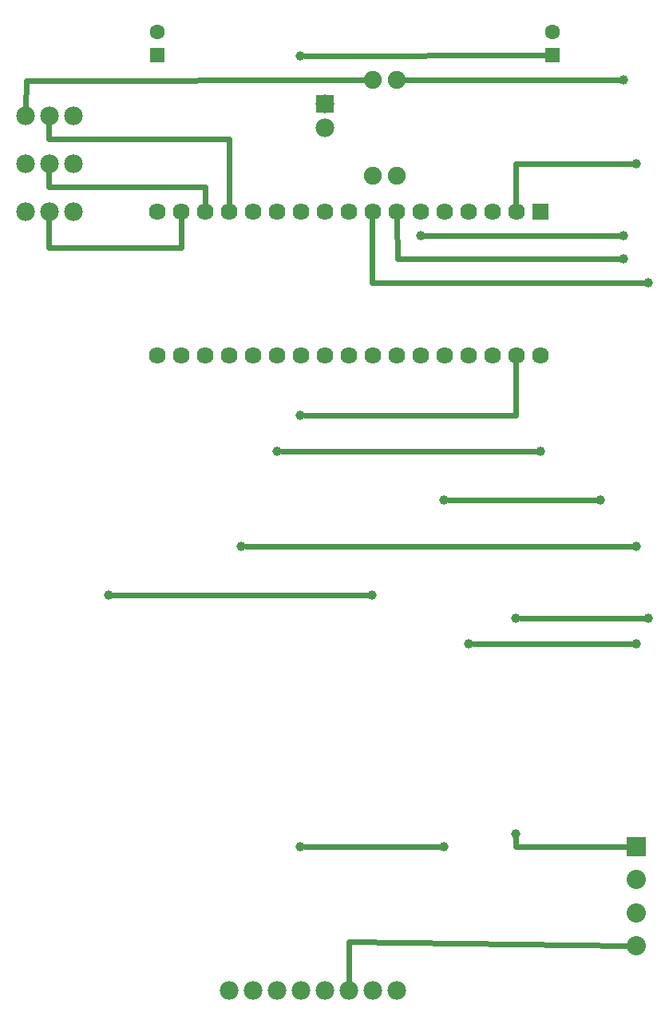
<source format=gtl>
G04 MADE WITH FRITZING*
G04 WWW.FRITZING.ORG*
G04 DOUBLE SIDED*
G04 HOLES PLATED*
G04 CONTOUR ON CENTER OF CONTOUR VECTOR*
%ASAXBY*%
%FSLAX23Y23*%
%MOIN*%
%OFA0B0*%
%SFA1.0B1.0*%
%ADD10C,0.078000*%
%ADD11C,0.070555*%
%ADD12C,0.070583*%
%ADD13C,0.080000*%
%ADD14C,0.062992*%
%ADD15C,0.075000*%
%ADD16C,0.039370*%
%ADD17R,0.070542X0.070570*%
%ADD18R,0.080000X0.080000*%
%ADD19R,0.062992X0.062992*%
%ADD20R,0.078000X0.078000*%
%ADD21C,0.024000*%
%LNCOPPER1*%
G90*
G70*
G54D10*
X277Y4056D03*
X177Y4056D03*
X77Y4056D03*
X277Y3856D03*
X177Y3856D03*
X77Y3856D03*
X277Y3656D03*
X177Y3656D03*
X77Y3656D03*
X927Y406D03*
X1027Y406D03*
X1127Y406D03*
X1227Y406D03*
X1327Y406D03*
X1427Y406D03*
X1527Y406D03*
X1627Y406D03*
G54D11*
X2227Y3656D03*
X2127Y3656D03*
X2027Y3656D03*
X1927Y3656D03*
X1827Y3656D03*
X1727Y3656D03*
X1627Y3656D03*
X1527Y3656D03*
X1427Y3656D03*
G54D12*
X1327Y3656D03*
X1227Y3656D03*
X1127Y3656D03*
G54D11*
X1027Y3656D03*
X927Y3656D03*
G54D12*
X827Y3656D03*
X727Y3656D03*
X627Y3656D03*
G54D11*
X2227Y3056D03*
X2127Y3056D03*
X2027Y3056D03*
X1927Y3056D03*
X1827Y3056D03*
X1727Y3056D03*
X1427Y3056D03*
G54D12*
X1327Y3056D03*
G54D11*
X1527Y3056D03*
X1627Y3056D03*
G54D12*
X1227Y3056D03*
X1127Y3056D03*
G54D11*
X1027Y3056D03*
X927Y3056D03*
G54D12*
X827Y3056D03*
X727Y3056D03*
X627Y3056D03*
G54D13*
X2627Y1006D03*
X2627Y868D03*
X2627Y730D03*
X2627Y592D03*
G54D14*
X627Y4307D03*
X627Y4406D03*
X2277Y4307D03*
X2277Y4406D03*
G54D10*
X1327Y4106D03*
X1327Y4006D03*
G54D15*
X1627Y3806D03*
X1627Y4206D03*
X1527Y3806D03*
X1527Y4206D03*
G54D16*
X2627Y1853D03*
X1929Y1853D03*
X2125Y1058D03*
X2125Y1957D03*
X2679Y1957D03*
X2627Y2257D03*
X2477Y2453D03*
X2229Y2655D03*
X1226Y2805D03*
X1226Y4304D03*
X2575Y3457D03*
X2679Y3359D03*
X2575Y3554D03*
X1727Y3554D03*
X2575Y4206D03*
X2627Y3854D03*
X978Y2257D03*
X1525Y2055D03*
X424Y2055D03*
X1128Y2655D03*
X1825Y2453D03*
X1825Y1006D03*
X1226Y1006D03*
G54D17*
X2227Y3656D03*
G54D18*
X2627Y1006D03*
G54D19*
X627Y4307D03*
X2277Y4307D03*
G54D20*
X1327Y4106D03*
G54D21*
X80Y4203D02*
X1498Y4206D01*
D02*
X174Y3958D02*
X929Y3958D01*
D02*
X176Y4026D02*
X174Y3958D01*
D02*
X929Y3958D02*
X927Y3686D01*
D02*
X828Y3757D02*
X174Y3757D01*
D02*
X827Y3686D02*
X828Y3757D01*
D02*
X174Y3757D02*
X176Y3826D01*
D02*
X727Y3505D02*
X174Y3505D01*
D02*
X727Y3626D02*
X727Y3505D01*
D02*
X174Y3505D02*
X176Y3626D01*
D02*
X77Y4086D02*
X80Y4203D01*
D02*
X2608Y1853D02*
X1948Y1853D01*
D02*
X2125Y1006D02*
X2125Y1039D01*
D02*
X2595Y1006D02*
X2125Y1006D01*
D02*
X2144Y1957D02*
X2660Y1957D01*
D02*
X2125Y2805D02*
X1245Y2805D01*
D02*
X2126Y3026D02*
X2125Y2805D01*
D02*
X1245Y4304D02*
X2250Y4307D01*
D02*
X1630Y3457D02*
X2556Y3457D01*
D02*
X1627Y3626D02*
X1630Y3457D01*
D02*
X2660Y3359D02*
X1525Y3359D01*
D02*
X1525Y3359D02*
X1526Y3626D01*
D02*
X1746Y3554D02*
X2556Y3554D01*
D02*
X2556Y4206D02*
X1655Y4206D01*
D02*
X2125Y3854D02*
X2608Y3854D01*
D02*
X2126Y3686D02*
X2125Y3854D01*
D02*
X997Y2257D02*
X2608Y2257D01*
D02*
X443Y2055D02*
X1506Y2055D01*
D02*
X1428Y608D02*
X2595Y593D01*
D02*
X1427Y436D02*
X1428Y608D01*
D02*
X2210Y2655D02*
X1147Y2655D01*
D02*
X1844Y2453D02*
X2458Y2453D01*
D02*
X1245Y1006D02*
X1806Y1006D01*
G04 End of Copper1*
M02*
</source>
